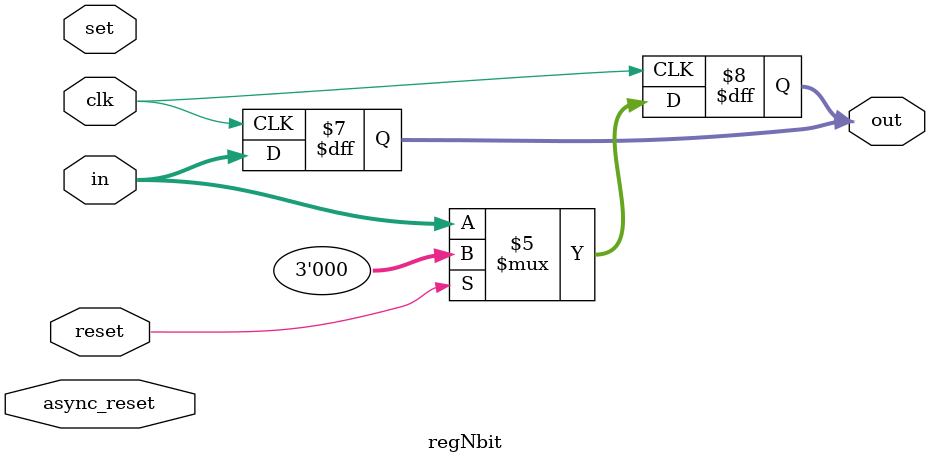
<source format=v>
`include "flipflop.v"

module regNbit #(
   parameter N=3
) (
    output reg [N-1:0]out,
    input [N-1:0]in,
    input clk,
    input reset,
    input async_reset,
    input set
);

    // genvar i;
    // generate
    //     for(i=0;i<N;i=i+1)
    //     begin
    //         ff T(.out(out[i]),.in(in[i]),.clk(clk),.reset(reset),.async_reset(async_reset),.en(set));
    //     end
    // endgenerate  

    always @(posedge clk)
    begin
        if(~reset)
            out<=in;
        else
            out<=0;
    end
    always @(negedge clk)
        out<=in;

endmodule
</source>
